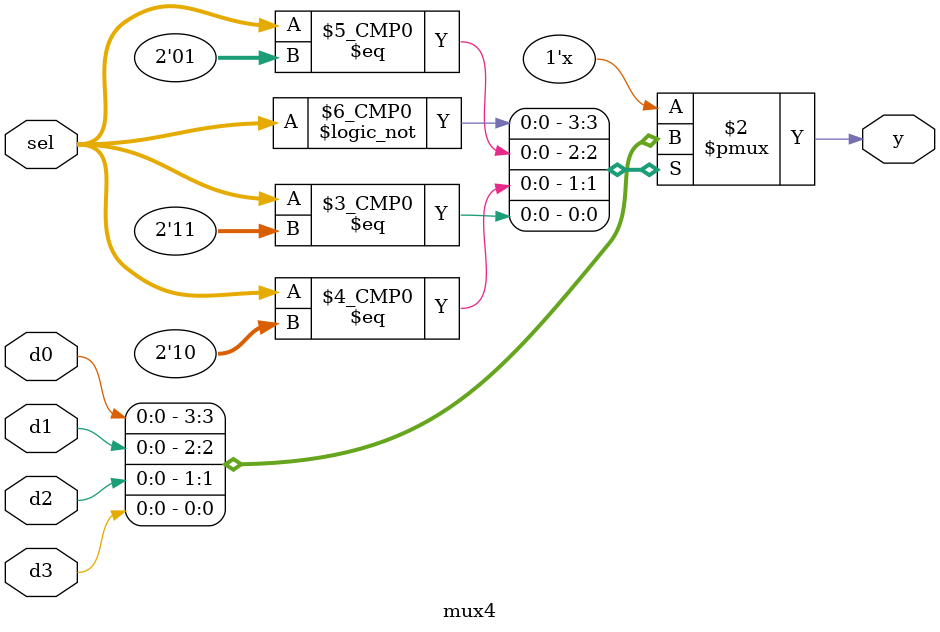
<source format=sv>
module mux4 (input logic d0, d1, d2, d3,
             input logic [1:0] sel,
             output logic      y );
   
   always_comb
     case (sel)
       2'd0 : y = d0;
       2'd1 : y = d1;
       2'd2 : y = d2;
       2'd3 : y = d3;
       default : y = 0;
     endcase
   
endmodule

</source>
